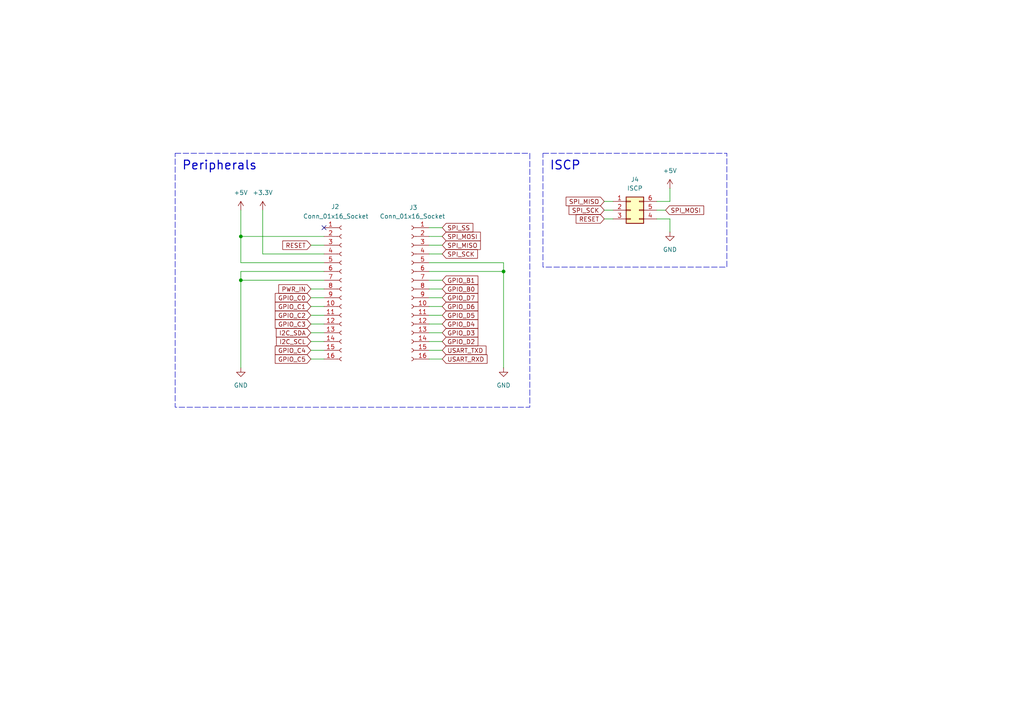
<source format=kicad_sch>
(kicad_sch (version 20250114) (generator "eeschema") (generator_version "9.0")
  (paper "A4")
  (lib_symbols
    (symbol "Connector:Conn_01x16_Socket" (pin_names (offset 1.016) (hide yes))
      (property "Reference" "J" (at 0 20.32 0))
      (property "Value" "Conn_01x16_Socket" (at 0 -22.86 0))
      (symbol "Conn_01x16_Socket_1_1"
        (polyline (pts (xy -1.27 17.78) (xy -0.508 17.78)) (stroke (width 0.1524)))
        (polyline (pts (xy -1.27 15.24) (xy -0.508 15.24)) (stroke (width 0.1524)))
        (polyline (pts (xy -1.27 12.7) (xy -0.508 12.7)) (stroke (width 0.1524)))
        (polyline (pts (xy -1.27 10.16) (xy -0.508 10.16)) (stroke (width 0.1524)))
        (polyline (pts (xy -1.27 7.62) (xy -0.508 7.62)) (stroke (width 0.1524)))
        (polyline (pts (xy -1.27 5.08) (xy -0.508 5.08)) (stroke (width 0.1524)))
        (polyline (pts (xy -1.27 2.54) (xy -0.508 2.54)) (stroke (width 0.1524)))
        (polyline (pts (xy -1.27 0) (xy -0.508 0)) (stroke (width 0.1524)))
        (polyline (pts (xy -1.27 -2.54) (xy -0.508 -2.54)) (stroke (width 0.1524)))
        (polyline (pts (xy -1.27 -5.08) (xy -0.508 -5.08)) (stroke (width 0.1524)))
        (polyline (pts (xy -1.27 -7.62) (xy -0.508 -7.62)) (stroke (width 0.1524)))
        (polyline (pts (xy -1.27 -10.16) (xy -0.508 -10.16)) (stroke (width 0.1524)))
        (polyline (pts (xy -1.27 -12.7) (xy -0.508 -12.7)) (stroke (width 0.1524)))
        (polyline (pts (xy -1.27 -15.24) (xy -0.508 -15.24)) (stroke (width 0.1524)))
        (polyline (pts (xy -1.27 -17.78) (xy -0.508 -17.78)) (stroke (width 0.1524)))
        (polyline (pts (xy -1.27 -20.32) (xy -0.508 -20.32)) (stroke (width 0.1524)))
        (arc (start 0 17.272) (mid -0.5058 17.78) (end 0 18.288) (stroke (width 0.1524)))
        (arc (start 0 14.732) (mid -0.5058 15.24) (end 0 15.748) (stroke (width 0.1524)))
        (arc (start 0 12.192) (mid -0.5058 12.7) (end 0 13.208) (stroke (width 0.1524)))
        (arc (start 0 9.652) (mid -0.5058 10.16) (end 0 10.668) (stroke (width 0.1524)))
        (arc (start 0 7.112) (mid -0.5058 7.62) (end 0 8.128) (stroke (width 0.1524)))
        (arc (start 0 4.572) (mid -0.5058 5.08) (end 0 5.588) (stroke (width 0.1524)))
        (arc (start 0 2.032) (mid -0.5058 2.54) (end 0 3.048) (stroke (width 0.1524)))
        (arc (start 0 -0.508) (mid -0.5058 0) (end 0 0.508) (stroke (width 0.1524)))
        (arc (start 0 -3.048) (mid -0.5058 -2.54) (end 0 -2.032) (stroke (width 0.1524)))
        (arc (start 0 -5.588) (mid -0.5058 -5.08) (end 0 -4.572) (stroke (width 0.1524)))
        (arc (start 0 -8.128) (mid -0.5058 -7.62) (end 0 -7.112) (stroke (width 0.1524)))
        (arc (start 0 -10.668) (mid -0.5058 -10.16) (end 0 -9.652) (stroke (width 0.1524)))
        (arc (start 0 -13.208) (mid -0.5058 -12.7) (end 0 -12.192) (stroke (width 0.1524)))
        (arc (start 0 -15.748) (mid -0.5058 -15.24) (end 0 -14.732) (stroke (width 0.1524)))
        (arc (start 0 -18.288) (mid -0.5058 -17.78) (end 0 -17.272) (stroke (width 0.1524)))
        (arc (start 0 -20.828) (mid -0.5058 -20.32) (end 0 -19.812) (stroke (width 0.1524)))
        (pin passive line (at -5.08 17.78 0) (length 3.81) (name "Pin_1") (number "1"))
        (pin passive line (at -5.08 15.24 0) (length 3.81) (name "Pin_2") (number "2"))
        (pin passive line (at -5.08 12.7 0) (length 3.81) (name "Pin_3") (number "3"))
        (pin passive line (at -5.08 10.16 0) (length 3.81) (name "Pin_4") (number "4"))
        (pin passive line (at -5.08 7.62 0) (length 3.81) (name "Pin_5") (number "5"))
        (pin passive line (at -5.08 5.08 0) (length 3.81) (name "Pin_6") (number "6"))
        (pin passive line (at -5.08 2.54 0) (length 3.81) (name "Pin_7") (number "7"))
        (pin passive line (at -5.08 0 0) (length 3.81) (name "Pin_8") (number "8"))
        (pin passive line (at -5.08 -2.54 0) (length 3.81) (name "Pin_9") (number "9"))
        (pin passive line (at -5.08 -5.08 0) (length 3.81) (name "Pin_10") (number "10"))
        (pin passive line (at -5.08 -7.62 0) (length 3.81) (name "Pin_11") (number "11"))
        (pin passive line (at -5.08 -10.16 0) (length 3.81) (name "Pin_12") (number "12"))
        (pin passive line (at -5.08 -12.7 0) (length 3.81) (name "Pin_13") (number "13"))
        (pin passive line (at -5.08 -15.24 0) (length 3.81) (name "Pin_14") (number "14"))
        (pin passive line (at -5.08 -17.78 0) (length 3.81) (name "Pin_15") (number "15"))
        (pin passive line (at -5.08 -20.32 0) (length 3.81) (name "Pin_16") (number "16"))
      )
    )
    (symbol "Connector_Generic:Conn_02x03_Counter_Clockwise" (pin_names (offset 1.016) (hide yes))
      (property "Reference" "J" (at 1.27 5.08 0))
      (property "Value" "Conn_02x03_Counter_Clockwise" (at 1.27 -5.08 0))
      (symbol "Conn_02x03_Counter_Clockwise_1_1"
        (rectangle (start -1.27 3.81) (end 3.81 -3.81) (stroke (width 0.254)) (fill (type background)))
        (rectangle (start -1.27 2.667) (end 0 2.413) (stroke (width 0.1524)))
        (rectangle (start -1.27 0.127) (end 0 -0.127) (stroke (width 0.1524)))
        (rectangle (start -1.27 -2.413) (end 0 -2.667) (stroke (width 0.1524)))
        (rectangle (start 3.81 2.667) (end 2.54 2.413) (stroke (width 0.1524)))
        (rectangle (start 3.81 0.127) (end 2.54 -0.127) (stroke (width 0.1524)))
        (rectangle (start 3.81 -2.413) (end 2.54 -2.667) (stroke (width 0.1524)))
        (pin passive line (at -5.08 2.54 0) (length 3.81) (name "Pin_1") (number "1"))
        (pin passive line (at -5.08 0 0) (length 3.81) (name "Pin_2") (number "2"))
        (pin passive line (at -5.08 -2.54 0) (length 3.81) (name "Pin_3") (number "3"))
        (pin passive line (at 7.62 2.54 180) (length 3.81) (name "Pin_6") (number "6"))
        (pin passive line (at 7.62 0 180) (length 3.81) (name "Pin_5") (number "5"))
        (pin passive line (at 7.62 -2.54 180) (length 3.81) (name "Pin_4") (number "4"))
      )
    )
    (symbol "power:+3.3V" (power) (pin_numbers (hide yes)) (pin_names (offset 0) (hide yes))
      (property "Value" "+3.3V" (at 0 3.556 0))
      (symbol "+3.3V_0_1"
        (polyline (pts (xy -0.762 1.27) (xy 0 2.54)))
        (polyline (pts (xy 0 2.54) (xy 0.762 1.27)))
        (polyline (pts (xy 0 0) (xy 0 2.54)))
      )
      (symbol "+3.3V_1_1"
        (pin power_in line (at 0 0 90) (length 0) (name "~") (number "1"))
      )
    )
    (symbol "power:+5V" (power) (pin_numbers (hide yes)) (pin_names (offset 0) (hide yes))
      (property "Value" "+5V" (at 0 3.556 0))
      (symbol "+5V_0_1"
        (polyline (pts (xy -0.762 1.27) (xy 0 2.54)))
        (polyline (pts (xy 0 2.54) (xy 0.762 1.27)))
        (polyline (pts (xy 0 0) (xy 0 2.54)))
      )
      (symbol "+5V_1_1"
        (pin power_in line (at 0 0 90) (length 0) (name "~") (number "1"))
      )
    )
    (symbol "power:GND" (power) (pin_numbers (hide yes)) (pin_names (offset 0) (hide yes))
      (property "Value" "GND" (at 0 -3.81 0))
      (symbol "GND_0_1"
        (polyline (pts (xy 0 0) (xy 0 -1.27) (xy 1.27 -1.27) (xy 0 -2.54) (xy -1.27 -1.27) (xy 0 -1.27)))
      )
      (symbol "GND_1_1"
        (pin power_in line (at 0 0 270) (length 0) (name "~") (number "1"))
      )
    )
  )
  (text_box "Peripherals" (at 50.8 44.45 0) (size 102.87 73.66) (margins 1.905 1.905 1.905 1.905) (stroke (width 0) (type dash)) (effects (font (size 2.54 2.54) (thickness 0.3175)) (justify left top)))
  (text_box "ISCP\n" (at 157.48 44.45 0) (size 53.34 33.02) (margins 1.905 1.905 1.905 1.905) (stroke (width 0) (type dash)) (effects (font (size 2.54 2.54) (thickness 0.3175)) (justify left top)))
  (junction (at 69.85 81.28))
  (junction (at 146.05 78.74))
  (junction (at 69.85 68.58))
  (no_connect (at 93.98 66.04))
  (wire (pts (xy 124.46 78.74) (xy 146.05 78.74)))
  (wire (pts (xy 124.46 101.6) (xy 128.27 101.6)))
  (wire (pts (xy 124.46 96.52) (xy 128.27 96.52)))
  (wire (pts (xy 124.46 104.14) (xy 128.27 104.14)))
  (wire (pts (xy 194.31 63.5) (xy 194.31 67.31)))
  (wire (pts (xy 124.46 81.28) (xy 128.27 81.28)))
  (wire (pts (xy 90.17 83.82) (xy 93.98 83.82)))
  (wire (pts (xy 76.2 60.96) (xy 76.2 73.66)))
  (wire (pts (xy 90.17 104.14) (xy 93.98 104.14)))
  (wire (pts (xy 146.05 78.74) (xy 146.05 106.68)))
  (wire (pts (xy 175.26 60.96) (xy 177.8 60.96)))
  (wire (pts (xy 190.5 63.5) (xy 194.31 63.5)))
  (wire (pts (xy 69.85 60.96) (xy 69.85 68.58)))
  (wire (pts (xy 90.17 71.12) (xy 93.98 71.12)))
  (wire (pts (xy 124.46 88.9) (xy 128.27 88.9)))
  (wire (pts (xy 90.17 86.36) (xy 93.98 86.36)))
  (wire (pts (xy 69.85 81.28) (xy 93.98 81.28)))
  (wire (pts (xy 194.31 54.61) (xy 194.31 58.42)))
  (wire (pts (xy 69.85 68.58) (xy 93.98 68.58)))
  (wire (pts (xy 90.17 91.44) (xy 93.98 91.44)))
  (wire (pts (xy 90.17 99.06) (xy 93.98 99.06)))
  (wire (pts (xy 190.5 58.42) (xy 194.31 58.42)))
  (wire (pts (xy 124.46 93.98) (xy 128.27 93.98)))
  (wire (pts (xy 93.98 76.2) (xy 69.85 76.2)))
  (wire (pts (xy 69.85 68.58) (xy 69.85 76.2)))
  (wire (pts (xy 124.46 86.36) (xy 128.27 86.36)))
  (wire (pts (xy 190.5 60.96) (xy 193.04 60.96)))
  (wire (pts (xy 93.98 78.74) (xy 69.85 78.74)))
  (wire (pts (xy 90.17 96.52) (xy 93.98 96.52)))
  (wire (pts (xy 69.85 78.74) (xy 69.85 81.28)))
  (wire (pts (xy 124.46 68.58) (xy 128.27 68.58)))
  (wire (pts (xy 124.46 73.66) (xy 128.27 73.66)))
  (wire (pts (xy 146.05 76.2) (xy 146.05 78.74)))
  (wire (pts (xy 124.46 76.2) (xy 146.05 76.2)))
  (wire (pts (xy 124.46 66.04) (xy 128.27 66.04)))
  (wire (pts (xy 175.26 58.42) (xy 177.8 58.42)))
  (wire (pts (xy 90.17 88.9) (xy 93.98 88.9)))
  (wire (pts (xy 93.98 73.66) (xy 76.2 73.66)))
  (wire (pts (xy 124.46 83.82) (xy 128.27 83.82)))
  (wire (pts (xy 90.17 93.98) (xy 93.98 93.98)))
  (wire (pts (xy 69.85 81.28) (xy 69.85 106.68)))
  (wire (pts (xy 124.46 71.12) (xy 128.27 71.12)))
  (wire (pts (xy 90.17 101.6) (xy 93.98 101.6)))
  (wire (pts (xy 124.46 91.44) (xy 128.27 91.44)))
  (wire (pts (xy 175.26 63.5) (xy 177.8 63.5)))
  (wire (pts (xy 124.46 99.06) (xy 128.27 99.06)))
  (global_label "GPIO_D3" (shape input) (at 128.27 96.52 0) (property "Intersheetrefs" "${INTERSHEET_REFS}" (effects (hide yes))))
  (global_label "GPIO_B1" (shape input) (at 128.27 81.28 0) (property "Intersheetrefs" "${INTERSHEET_REFS}" (effects (hide yes))))
  (global_label "GPIO_C3" (shape input) (at 90.17 93.98 180) (property "Intersheetrefs" "${INTERSHEET_REFS}" (effects (hide yes))))
  (global_label "GPIO_D7" (shape input) (at 128.27 86.36 0) (property "Intersheetrefs" "${INTERSHEET_REFS}" (effects (hide yes))))
  (global_label "I2C_SDA" (shape input) (at 90.17 96.52 180) (property "Intersheetrefs" "${INTERSHEET_REFS}" (effects (hide yes))))
  (global_label "I2C_SCL" (shape input) (at 90.17 99.06 180) (property "Intersheetrefs" "${INTERSHEET_REFS}" (effects (hide yes))))
  (global_label "SPI_MISO" (shape input) (at 175.26 58.42 180) (property "Intersheetrefs" "${INTERSHEET_REFS}" (effects (hide yes))))
  (global_label "GPIO_D2" (shape input) (at 128.27 99.06 0) (property "Intersheetrefs" "${INTERSHEET_REFS}" (effects (hide yes))))
  (global_label "GPIO_B0" (shape input) (at 128.27 83.82 0) (property "Intersheetrefs" "${INTERSHEET_REFS}" (effects (hide yes))))
  (global_label "SPI_SS" (shape input) (at 128.27 66.04 0) (property "Intersheetrefs" "${INTERSHEET_REFS}" (effects (hide yes))))
  (global_label "GPIO_C2" (shape input) (at 90.17 91.44 180) (property "Intersheetrefs" "${INTERSHEET_REFS}" (effects (hide yes))))
  (global_label "GPIO_D5" (shape input) (at 128.27 91.44 0) (property "Intersheetrefs" "${INTERSHEET_REFS}" (effects (hide yes))))
  (global_label "GPIO_C5" (shape input) (at 90.17 104.14 180) (property "Intersheetrefs" "${INTERSHEET_REFS}" (effects (hide yes))))
  (global_label "USART_TXD" (shape input) (at 128.27 101.6 0) (property "Intersheetrefs" "${INTERSHEET_REFS}" (effects (hide yes))))
  (global_label "USART_RXD" (shape input) (at 128.27 104.14 0) (property "Intersheetrefs" "${INTERSHEET_REFS}" (effects (hide yes))))
  (global_label "GPIO_C1" (shape input) (at 90.17 88.9 180) (property "Intersheetrefs" "${INTERSHEET_REFS}" (effects (hide yes))))
  (global_label "SPI_SCK" (shape input) (at 128.27 73.66 0) (property "Intersheetrefs" "${INTERSHEET_REFS}" (effects (hide yes))))
  (global_label "GPIO_D6" (shape input) (at 128.27 88.9 0) (property "Intersheetrefs" "${INTERSHEET_REFS}" (effects (hide yes))))
  (global_label "RESET" (shape input) (at 90.17 71.12 180) (property "Intersheetrefs" "${INTERSHEET_REFS}" (effects (hide yes))))
  (global_label "PWR_IN" (shape input) (at 90.17 83.82 180) (property "Intersheetrefs" "${INTERSHEET_REFS}" (effects (hide yes))))
  (global_label "GPIO_C0" (shape input) (at 90.17 86.36 180) (property "Intersheetrefs" "${INTERSHEET_REFS}" (effects (hide yes))))
  (global_label "GPIO_C4" (shape input) (at 90.17 101.6 180) (property "Intersheetrefs" "${INTERSHEET_REFS}" (effects (hide yes))))
  (global_label "SPI_MOSI" (shape input) (at 128.27 68.58 0) (property "Intersheetrefs" "${INTERSHEET_REFS}" (effects (hide yes))))
  (global_label "GPIO_D4" (shape input) (at 128.27 93.98 0) (property "Intersheetrefs" "${INTERSHEET_REFS}" (effects (hide yes))))
  (global_label "SPI_MISO" (shape input) (at 128.27 71.12 0) (property "Intersheetrefs" "${INTERSHEET_REFS}" (effects (hide yes))))
  (global_label "SPI_SCK" (shape input) (at 175.26 60.96 180) (property "Intersheetrefs" "${INTERSHEET_REFS}" (effects (hide yes))))
  (global_label "SPI_MOSI" (shape input) (at 193.04 60.96 0) (property "Intersheetrefs" "${INTERSHEET_REFS}" (effects (hide yes))))
  (global_label "RESET" (shape input) (at 175.26 63.5 180) (property "Intersheetrefs" "${INTERSHEET_REFS}" (effects (hide yes))))
  (symbol (lib_id "power:GND") (at 194.31 67.31 0) (unit 1)
    (property "Reference" "#PWR043" (effects (hide yes)))
    (property "Value" "GND" (at 194.31 72.39 0))
    (property "Description" "Power symbol creates a global label with name \"GND\" , ground" (effects (hide yes)))
  )
  (symbol (lib_id "Connector:Conn_01x16_Socket") (at 119.38 83.82 0) (mirror y) (unit 1)
    (property "Reference" "J3" (at 119.888 60.198 0))
    (property "Value" "Conn_01x16_Socket" (at 119.634 62.738 0))
    (property "Footprint" "Connector_PinHeader_2.54mm:PinHeader_1x16_P2.54mm_Vertical" (effects (hide yes)))
    (property "Description" "Generic connector, single row, 01x16, script generated" (effects (hide yes)))
  )
  (symbol (lib_id "power:GND") (at 146.05 106.68 0) (unit 1)
    (property "Reference" "#PWR041" (effects (hide yes)))
    (property "Value" "GND" (at 146.05 111.76 0))
    (property "Description" "Power symbol creates a global label with name \"GND\" , ground" (effects (hide yes)))
  )
  (symbol (lib_id "Connector:Conn_01x16_Socket") (at 99.06 83.82 0) (unit 1)
    (property "Reference" "J2" (at 96.012 59.944 0) (effects (justify left)))
    (property "Value" "Conn_01x16_Socket" (at 87.884 62.738 0) (effects (justify left)))
    (property "Footprint" "Connector_PinHeader_2.54mm:PinHeader_1x16_P2.54mm_Vertical" (effects (hide yes)))
    (property "Description" "Generic connector, single row, 01x16, script generated" (effects (hide yes)))
  )
  (symbol (lib_id "Connector_Generic:Conn_02x03_Counter_Clockwise") (at 182.88 60.96 0) (unit 1)
    (property "Reference" "J4" (at 184.15 52.07 0))
    (property "Value" "ISCP" (at 184.15 54.61 0))
    (property "Footprint" "Connector_PinSocket_2.54mm:PinSocket_2x03_P2.54mm_Vertical" (effects (hide yes)))
    (property "Description" "Generic connector, double row, 02x03, counter clockwise pin numbering scheme (similar to DIP package numbering), script generated (kicad-library-utils/schlib/autogen/connector/)" (effects (hide yes)))
  )
  (symbol (lib_id "power:GND") (at 69.85 106.68 0) (unit 1)
    (property "Reference" "#PWR039" (effects (hide yes)))
    (property "Value" "GND" (at 69.85 111.76 0))
    (property "Description" "Power symbol creates a global label with name \"GND\" , ground" (effects (hide yes)))
  )
  (symbol (lib_id "power:+3.3V") (at 76.2 60.96 0) (unit 1)
    (property "Reference" "#PWR040" (effects (hide yes)))
    (property "Value" "+3.3V" (at 76.2 55.88 0))
    (property "Description" "Power symbol creates a global label with name \"+3.3V\"" (effects (hide yes)))
  )
  (symbol (lib_id "power:+5V") (at 69.85 60.96 0) (unit 1)
    (property "Reference" "#PWR038" (effects (hide yes)))
    (property "Value" "+5V" (at 69.85 55.88 0))
    (property "Description" "Power symbol creates a global label with name \"+5V\"" (effects (hide yes)))
  )
  (symbol (lib_id "power:+5V") (at 194.31 54.61 0) (unit 1)
    (property "Reference" "#PWR042" (effects (hide yes)))
    (property "Value" "+5V" (at 194.31 49.53 0))
    (property "Description" "Power symbol creates a global label with name \"+5V\"" (effects (hide yes)))
  )
)
</source>
